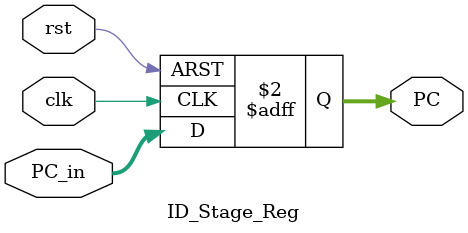
<source format=v>

module ID_Stage_Reg (
    input clk, rst,
    input [31:0] PC_in,
    output reg [31:0] PC
);
    always @(posedge clk, posedge rst) begin
        if(rst)
            PC <= 32'b0;
        else
            PC <= PC_in;
        
    end

endmodule

</source>
